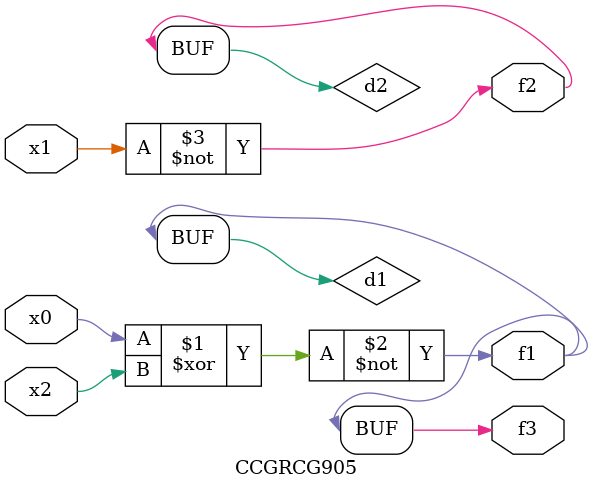
<source format=v>
module CCGRCG905(
	input x0, x1, x2,
	output f1, f2, f3
);

	wire d1, d2, d3;

	xnor (d1, x0, x2);
	nand (d2, x1);
	nor (d3, x1, x2);
	assign f1 = d1;
	assign f2 = d2;
	assign f3 = d1;
endmodule

</source>
